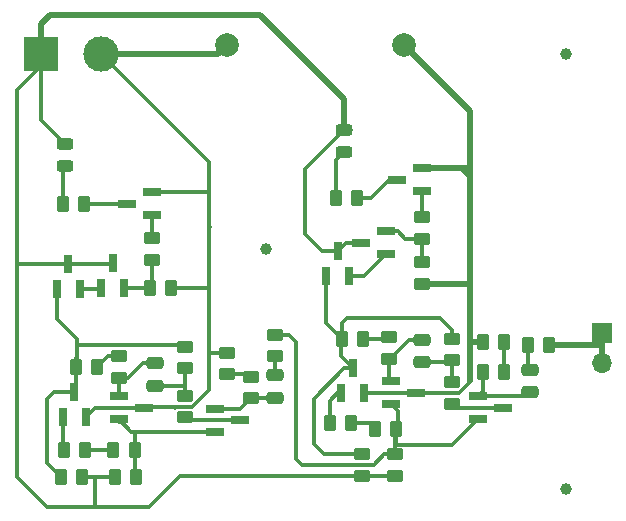
<source format=gbr>
%TF.GenerationSoftware,KiCad,Pcbnew,(6.0.2)*%
%TF.CreationDate,2022-03-08T21:55:07+01:00*%
%TF.ProjectId,simple-pc_-no-fiducials,73696d70-6c65-42d7-9063-5f2d6e6f2d66,rev?*%
%TF.SameCoordinates,Original*%
%TF.FileFunction,Copper,L1,Top*%
%TF.FilePolarity,Positive*%
%FSLAX46Y46*%
G04 Gerber Fmt 4.6, Leading zero omitted, Abs format (unit mm)*
G04 Created by KiCad (PCBNEW (6.0.2)) date 2022-03-08 21:55:07*
%MOMM*%
%LPD*%
G01*
G04 APERTURE LIST*
G04 Aperture macros list*
%AMRoundRect*
0 Rectangle with rounded corners*
0 $1 Rounding radius*
0 $2 $3 $4 $5 $6 $7 $8 $9 X,Y pos of 4 corners*
0 Add a 4 corners polygon primitive as box body*
4,1,4,$2,$3,$4,$5,$6,$7,$8,$9,$2,$3,0*
0 Add four circle primitives for the rounded corners*
1,1,$1+$1,$2,$3*
1,1,$1+$1,$4,$5*
1,1,$1+$1,$6,$7*
1,1,$1+$1,$8,$9*
0 Add four rect primitives between the rounded corners*
20,1,$1+$1,$2,$3,$4,$5,0*
20,1,$1+$1,$4,$5,$6,$7,0*
20,1,$1+$1,$6,$7,$8,$9,0*
20,1,$1+$1,$8,$9,$2,$3,0*%
G04 Aperture macros list end*
%TA.AperFunction,SMDPad,CuDef*%
%ADD10C,1.000000*%
%TD*%
%TA.AperFunction,ComponentPad*%
%ADD11R,1.700000X1.700000*%
%TD*%
%TA.AperFunction,ComponentPad*%
%ADD12O,1.700000X1.700000*%
%TD*%
%TA.AperFunction,SMDPad,CuDef*%
%ADD13RoundRect,0.250000X0.450000X-0.262500X0.450000X0.262500X-0.450000X0.262500X-0.450000X-0.262500X0*%
%TD*%
%TA.AperFunction,SMDPad,CuDef*%
%ADD14RoundRect,0.243750X0.456250X-0.243750X0.456250X0.243750X-0.456250X0.243750X-0.456250X-0.243750X0*%
%TD*%
%TA.AperFunction,SMDPad,CuDef*%
%ADD15R,1.600000X0.800000*%
%TD*%
%TA.AperFunction,SMDPad,CuDef*%
%ADD16RoundRect,0.250000X0.262500X0.450000X-0.262500X0.450000X-0.262500X-0.450000X0.262500X-0.450000X0*%
%TD*%
%TA.AperFunction,SMDPad,CuDef*%
%ADD17RoundRect,0.250000X-0.450000X0.262500X-0.450000X-0.262500X0.450000X-0.262500X0.450000X0.262500X0*%
%TD*%
%TA.AperFunction,SMDPad,CuDef*%
%ADD18RoundRect,0.250000X-0.475000X0.250000X-0.475000X-0.250000X0.475000X-0.250000X0.475000X0.250000X0*%
%TD*%
%TA.AperFunction,SMDPad,CuDef*%
%ADD19R,0.800000X1.600000*%
%TD*%
%TA.AperFunction,SMDPad,CuDef*%
%ADD20RoundRect,0.250000X-0.262500X-0.450000X0.262500X-0.450000X0.262500X0.450000X-0.262500X0.450000X0*%
%TD*%
%TA.AperFunction,ComponentPad*%
%ADD21C,3.000000*%
%TD*%
%TA.AperFunction,ComponentPad*%
%ADD22R,3.000000X3.000000*%
%TD*%
%TA.AperFunction,ViaPad*%
%ADD23C,2.000000*%
%TD*%
%TA.AperFunction,Conductor*%
%ADD24C,0.500000*%
%TD*%
%TA.AperFunction,Conductor*%
%ADD25C,0.300000*%
%TD*%
G04 APERTURE END LIST*
D10*
%TO.P,REF\u002A\u002A,*%
%TO.N,*%
X118110000Y-74930000D03*
%TD*%
%TO.P,REF\u002A\u002A,*%
%TO.N,*%
X143510000Y-95250000D03*
%TD*%
%TO.P,REF\u002A\u002A,*%
%TO.N,*%
X143510000Y-58420000D03*
%TD*%
D11*
%TO.P,J2,1,Pin_1*%
%TO.N,IN_C*%
X146558000Y-82037000D03*
D12*
%TO.P,J2,2,Pin_2*%
X146558000Y-84577000D03*
%TD*%
D13*
%TO.P,R12,1*%
%TO.N,Net-(Q4-Pad2)*%
X108458000Y-75842500D03*
%TO.P,R12,2*%
%TO.N,Net-(Q6-Pad1)*%
X108458000Y-74017500D03*
%TD*%
D14*
%TO.P,D1,1,K*%
%TO.N,Net-(D1-Pad1)*%
X101092000Y-67915000D03*
%TO.P,D1,2,A*%
%TO.N,+9V*%
X101092000Y-66040000D03*
%TD*%
D15*
%TO.P,Q12,1,B*%
%TO.N,Net-(Q12-Pad1)*%
X131368800Y-70053200D03*
%TO.P,Q12,2,E*%
%TO.N,GND*%
X131368800Y-68122800D03*
%TO.P,Q12,3,C*%
%TO.N,Net-(Q12-Pad3)*%
X129232000Y-69088000D03*
%TD*%
D16*
%TO.P,R19,1*%
%TO.N,Net-(R18-Pad2)*%
X125372500Y-89662000D03*
%TO.P,R19,2*%
%TO.N,Net-(Q11-Pad1)*%
X123547500Y-89662000D03*
%TD*%
D17*
%TO.P,R6,1*%
%TO.N,Net-(C1-Pad2)*%
X111302800Y-87379800D03*
%TO.P,R6,2*%
%TO.N,Net-(Q2-Pad3)*%
X111302800Y-89204800D03*
%TD*%
D13*
%TO.P,R11,1*%
%TO.N,Net-(C2-Pad1)*%
X118922800Y-84021300D03*
%TO.P,R11,2*%
%TO.N,IN_D*%
X118922800Y-82196300D03*
%TD*%
D18*
%TO.P,C4,1*%
%TO.N,Net-(C4-Pad1)*%
X140462000Y-85156000D03*
%TO.P,C4,2*%
%TO.N,Net-(C4-Pad2)*%
X140462000Y-87056000D03*
%TD*%
D19*
%TO.P,Q4,1,B*%
%TO.N,Net-(Q3-Pad2)*%
X104190800Y-78282800D03*
%TO.P,Q4,2,E*%
%TO.N,Net-(Q4-Pad2)*%
X106121200Y-78282800D03*
%TO.P,Q4,3,C*%
%TO.N,+9V*%
X105156000Y-76146000D03*
%TD*%
D16*
%TO.P,R10,1*%
%TO.N,Net-(R10-Pad1)*%
X103833300Y-84947800D03*
%TO.P,R10,2*%
%TO.N,OUT_D*%
X102008300Y-84947800D03*
%TD*%
D15*
%TO.P,Q7,1,B*%
%TO.N,Net-(C3-Pad1)*%
X128727200Y-86156800D03*
%TO.P,Q7,2,E*%
%TO.N,IN_D*%
X128727200Y-88087200D03*
%TO.P,Q7,3,C*%
%TO.N,GND*%
X130864000Y-87122000D03*
%TD*%
D13*
%TO.P,R26,1*%
%TO.N,Net-(Q10-Pad2)*%
X131318000Y-74064500D03*
%TO.P,R26,2*%
%TO.N,Net-(Q12-Pad1)*%
X131318000Y-72239500D03*
%TD*%
D20*
%TO.P,R16,1*%
%TO.N,Net-(C4-Pad2)*%
X136501500Y-85344000D03*
%TO.P,R16,2*%
%TO.N,Net-(R16-Pad2)*%
X138326500Y-85344000D03*
%TD*%
D15*
%TO.P,Q10,1,B*%
%TO.N,Net-(Q10-Pad1)*%
X128320800Y-75387200D03*
%TO.P,Q10,2,E*%
%TO.N,Net-(Q10-Pad2)*%
X128320800Y-73456800D03*
%TO.P,Q10,3,C*%
%TO.N,+9V*%
X126184000Y-74422000D03*
%TD*%
D16*
%TO.P,R17,1*%
%TO.N,Net-(R16-Pad2)*%
X138326500Y-82804000D03*
%TO.P,R17,2*%
%TO.N,GND*%
X136501500Y-82804000D03*
%TD*%
D17*
%TO.P,R20,1*%
%TO.N,Net-(C3-Pad2)*%
X133858000Y-86209500D03*
%TO.P,R20,2*%
%TO.N,Net-(Q8-Pad3)*%
X133858000Y-88034500D03*
%TD*%
D15*
%TO.P,Q6,1,B*%
%TO.N,Net-(Q6-Pad1)*%
X108508800Y-72085200D03*
%TO.P,Q6,2,E*%
%TO.N,GND*%
X108508800Y-70154800D03*
%TO.P,Q6,3,C*%
%TO.N,Net-(Q6-Pad3)*%
X106372000Y-71120000D03*
%TD*%
D20*
%TO.P,R1,1*%
%TO.N,+9V*%
X105310300Y-94218800D03*
%TO.P,R1,2*%
%TO.N,Net-(Q1-Pad2)*%
X107135300Y-94218800D03*
%TD*%
D18*
%TO.P,C3,1*%
%TO.N,Net-(C3-Pad1)*%
X131318000Y-82616000D03*
%TO.P,C3,2*%
%TO.N,Net-(C3-Pad2)*%
X131318000Y-84516000D03*
%TD*%
D17*
%TO.P,R21,1*%
%TO.N,Net-(R21-Pad1)*%
X128524000Y-82399500D03*
%TO.P,R21,2*%
%TO.N,Net-(C3-Pad1)*%
X128524000Y-84224500D03*
%TD*%
D16*
%TO.P,R5,1*%
%TO.N,Net-(R4-Pad2)*%
X102840800Y-91932800D03*
%TO.P,R5,2*%
%TO.N,Net-(Q5-Pad1)*%
X101015800Y-91932800D03*
%TD*%
D15*
%TO.P,Q8,1,B*%
%TO.N,Net-(C4-Pad2)*%
X136093200Y-87426800D03*
%TO.P,Q8,2,E*%
%TO.N,IN_D*%
X136093200Y-89357200D03*
%TO.P,Q8,3,C*%
%TO.N,Net-(Q8-Pad3)*%
X138230000Y-88392000D03*
%TD*%
D18*
%TO.P,C2,1*%
%TO.N,Net-(C2-Pad1)*%
X118922800Y-85648800D03*
%TO.P,C2,2*%
%TO.N,Net-(C2-Pad2)*%
X118922800Y-87548800D03*
%TD*%
D20*
%TO.P,R9,1*%
%TO.N,Net-(Q4-Pad2)*%
X108307500Y-78232000D03*
%TO.P,R9,2*%
%TO.N,GND*%
X110132500Y-78232000D03*
%TD*%
D19*
%TO.P,Q3,1,B*%
%TO.N,OUT_D*%
X100431600Y-78333600D03*
%TO.P,Q3,2,E*%
%TO.N,Net-(Q3-Pad2)*%
X102362000Y-78333600D03*
%TO.P,Q3,3,C*%
%TO.N,+9V*%
X101396800Y-76196800D03*
%TD*%
D18*
%TO.P,C1,1*%
%TO.N,Net-(C1-Pad1)*%
X108762800Y-84632800D03*
%TO.P,C1,2*%
%TO.N,Net-(C1-Pad2)*%
X108762800Y-86532800D03*
%TD*%
D20*
%TO.P,R14,1*%
%TO.N,Net-(D1-Pad1)*%
X100941500Y-71120000D03*
%TO.P,R14,2*%
%TO.N,Net-(Q6-Pad3)*%
X102766500Y-71120000D03*
%TD*%
D17*
%TO.P,R23,1*%
%TO.N,Net-(Q10-Pad2)*%
X131318000Y-76049500D03*
%TO.P,R23,2*%
%TO.N,GND*%
X131318000Y-77874500D03*
%TD*%
D16*
%TO.P,R13,1*%
%TO.N,+9V*%
X102563300Y-94218800D03*
%TO.P,R13,2*%
%TO.N,OUT_D*%
X100738300Y-94218800D03*
%TD*%
D13*
%TO.P,R22,1*%
%TO.N,Net-(C3-Pad2)*%
X133858000Y-84375000D03*
%TO.P,R22,2*%
%TO.N,OUT_C*%
X133858000Y-82550000D03*
%TD*%
%TO.P,R2,1*%
%TO.N,Net-(C2-Pad2)*%
X116890800Y-87577300D03*
%TO.P,R2,2*%
%TO.N,Net-(R2-Pad2)*%
X116890800Y-85752300D03*
%TD*%
D19*
%TO.P,Q5,1,B*%
%TO.N,Net-(Q5-Pad1)*%
X100939600Y-89189600D03*
%TO.P,Q5,2,E*%
%TO.N,GND*%
X102870000Y-89189600D03*
%TO.P,Q5,3,C*%
%TO.N,OUT_D*%
X101904800Y-87052800D03*
%TD*%
D17*
%TO.P,R7,1*%
%TO.N,Net-(R10-Pad1)*%
X105714800Y-84035300D03*
%TO.P,R7,2*%
%TO.N,Net-(C1-Pad1)*%
X105714800Y-85860300D03*
%TD*%
D20*
%TO.P,R28,1*%
%TO.N,Net-(D2-Pad1)*%
X124055500Y-70612000D03*
%TO.P,R28,2*%
%TO.N,Net-(Q12-Pad3)*%
X125880500Y-70612000D03*
%TD*%
D13*
%TO.P,R8,1*%
%TO.N,Net-(C1-Pad2)*%
X111302800Y-85037300D03*
%TO.P,R8,2*%
%TO.N,OUT_D*%
X111302800Y-83212300D03*
%TD*%
D15*
%TO.P,Q2,1,B*%
%TO.N,Net-(C2-Pad2)*%
X113792000Y-88493600D03*
%TO.P,Q2,2,E*%
%TO.N,Net-(Q1-Pad2)*%
X113792000Y-90424000D03*
%TO.P,Q2,3,C*%
%TO.N,Net-(Q2-Pad3)*%
X115928800Y-89458800D03*
%TD*%
D16*
%TO.P,R24,1*%
%TO.N,Net-(R21-Pad1)*%
X126388500Y-82550000D03*
%TO.P,R24,2*%
%TO.N,OUT_C*%
X124563500Y-82550000D03*
%TD*%
%TO.P,R18,1*%
%TO.N,IN_D*%
X129182500Y-90170000D03*
%TO.P,R18,2*%
%TO.N,Net-(R18-Pad2)*%
X127357500Y-90170000D03*
%TD*%
D15*
%TO.P,Q1,1,B*%
%TO.N,Net-(C1-Pad1)*%
X105664000Y-87411600D03*
%TO.P,Q1,2,E*%
%TO.N,Net-(Q1-Pad2)*%
X105664000Y-89342000D03*
%TO.P,Q1,3,C*%
%TO.N,GND*%
X107800800Y-88376800D03*
%TD*%
D14*
%TO.P,D2,1,K*%
%TO.N,Net-(D2-Pad1)*%
X124714000Y-66723500D03*
%TO.P,D2,2,A*%
%TO.N,+9V*%
X124714000Y-64848500D03*
%TD*%
D13*
%TO.P,R3,1*%
%TO.N,Net-(R2-Pad2)*%
X114858800Y-85545300D03*
%TO.P,R3,2*%
%TO.N,GND*%
X114858800Y-83720300D03*
%TD*%
D19*
%TO.P,Q9,1,B*%
%TO.N,OUT_C*%
X123240800Y-77266800D03*
%TO.P,Q9,2,E*%
%TO.N,Net-(Q10-Pad1)*%
X125171200Y-77266800D03*
%TO.P,Q9,3,C*%
%TO.N,+9V*%
X124206000Y-75130000D03*
%TD*%
D20*
%TO.P,R25,2*%
%TO.N,IN_C*%
X142136500Y-83058000D03*
%TO.P,R25,1*%
%TO.N,Net-(C4-Pad1)*%
X140311500Y-83058000D03*
%TD*%
D19*
%TO.P,Q11,1,B*%
%TO.N,Net-(Q11-Pad1)*%
X124510800Y-87172800D03*
%TO.P,Q11,2,E*%
%TO.N,GND*%
X126441200Y-87172800D03*
%TO.P,Q11,3,C*%
%TO.N,OUT_C*%
X125476000Y-85036000D03*
%TD*%
D13*
%TO.P,R27,1*%
%TO.N,+9V*%
X126238000Y-94130500D03*
%TO.P,R27,2*%
%TO.N,OUT_C*%
X126238000Y-92305500D03*
%TD*%
%TO.P,R15,1*%
%TO.N,+9V*%
X129032000Y-94130500D03*
%TO.P,R15,2*%
%TO.N,IN_D*%
X129032000Y-92305500D03*
%TD*%
D16*
%TO.P,R4,1*%
%TO.N,Net-(Q1-Pad2)*%
X107008300Y-91932800D03*
%TO.P,R4,2*%
%TO.N,Net-(R4-Pad2)*%
X105183300Y-91932800D03*
%TD*%
D21*
%TO.P,J1,2,Pin_2*%
%TO.N,GND*%
X104140000Y-58420000D03*
D22*
%TO.P,J1,1,Pin_1*%
%TO.N,+9V*%
X99060000Y-58420000D03*
%TD*%
D23*
%TO.N,GND*%
X114808000Y-57658000D03*
X129794000Y-57658000D03*
%TD*%
D24*
%TO.N,IN_C*%
X142136500Y-83058000D02*
X146558000Y-83058000D01*
X146558000Y-82037000D02*
X146558000Y-84577000D01*
%TO.N,+9V*%
X99060000Y-58420000D02*
X99060000Y-55880000D01*
X117602000Y-55118000D02*
X99822000Y-55118000D01*
X99822000Y-55118000D02*
X99060000Y-55880000D01*
X124714000Y-62230000D02*
X117602000Y-55118000D01*
X124714000Y-64848500D02*
X124714000Y-62230000D01*
%TO.N,GND*%
X135178800Y-68122800D02*
X135382000Y-68326000D01*
X131368800Y-68122800D02*
X135178800Y-68122800D01*
D25*
X135382000Y-68326000D02*
X135382000Y-63246000D01*
X135382000Y-68935600D02*
X135382000Y-68326000D01*
D24*
X135278500Y-77874500D02*
X135382000Y-77978000D01*
D25*
X135382000Y-77978000D02*
X135382000Y-77724000D01*
D24*
X131318000Y-77874500D02*
X135278500Y-77874500D01*
D25*
X135382000Y-82804000D02*
X135382000Y-77978000D01*
D24*
X135382000Y-83058000D02*
X135382000Y-86106000D01*
D25*
X135382000Y-86245849D02*
X135382000Y-86106000D01*
D24*
X136501500Y-82804000D02*
X135382000Y-82804000D01*
X135382000Y-63246000D02*
X135382000Y-83058000D01*
X129794000Y-57658000D02*
X135382000Y-63246000D01*
D25*
X135382000Y-83058000D02*
X135382000Y-82804000D01*
D24*
X114046000Y-58420000D02*
X114808000Y-57658000D01*
X104140000Y-58420000D02*
X114046000Y-58420000D01*
D25*
%TO.N,IN_C*%
X146558000Y-83058000D02*
X146558000Y-82037000D01*
%TO.N,+9V*%
X121412000Y-68150500D02*
X124714000Y-64848500D01*
X121412000Y-73660000D02*
X121412000Y-68150500D01*
X122882000Y-75130000D02*
X121412000Y-73660000D01*
%TO.N,GND*%
X104140000Y-58420000D02*
X112141000Y-66421000D01*
%TO.N,+9V*%
X99060000Y-64008000D02*
X99060000Y-58420000D01*
X99060000Y-59436000D02*
X99060000Y-58420000D01*
X97028000Y-61468000D02*
X99060000Y-59436000D01*
%TO.N,GND*%
X112141000Y-66421000D02*
X113334800Y-67614800D01*
X113334800Y-67614800D02*
X113334800Y-70154800D01*
X135231500Y-77874500D02*
X135382000Y-77724000D01*
X131318000Y-77874500D02*
X135231500Y-77874500D01*
X135382000Y-77724000D02*
X135382000Y-77470000D01*
%TO.N,Net-(Q10-Pad2)*%
X131318000Y-76049500D02*
X131318000Y-74064500D01*
X129944500Y-74064500D02*
X129336800Y-73456800D01*
X129336800Y-73456800D02*
X128320800Y-73456800D01*
X131318000Y-74064500D02*
X129944500Y-74064500D01*
%TO.N,Net-(Q10-Pad1)*%
X125171200Y-77266800D02*
X126441200Y-77266800D01*
X126441200Y-77266800D02*
X128320800Y-75387200D01*
%TO.N,+9V*%
X124914000Y-74422000D02*
X124206000Y-75130000D01*
X126184000Y-74422000D02*
X124914000Y-74422000D01*
X124206000Y-75130000D02*
X122882000Y-75130000D01*
%TO.N,GND*%
X135382000Y-68935600D02*
X134569200Y-68122800D01*
X135382000Y-77216000D02*
X135382000Y-68935600D01*
X131368800Y-68122800D02*
X134569200Y-68122800D01*
%TO.N,+9V*%
X125300500Y-64848500D02*
X124714000Y-64848500D01*
%TO.N,GND*%
X113334800Y-73202800D02*
X113334800Y-78181200D01*
X113334800Y-70154800D02*
X113334800Y-73202800D01*
X113436080Y-73101520D02*
X113334800Y-73202800D01*
%TO.N,Net-(D2-Pad1)*%
X124055500Y-67382000D02*
X124714000Y-66723500D01*
X124055500Y-70612000D02*
X124055500Y-67382000D01*
%TO.N,Net-(Q12-Pad3)*%
X127000000Y-70612000D02*
X125880500Y-70612000D01*
X128524000Y-69088000D02*
X127000000Y-70612000D01*
X129232000Y-69088000D02*
X128524000Y-69088000D01*
%TO.N,Net-(Q12-Pad1)*%
X131318000Y-70104000D02*
X131368800Y-70053200D01*
X131318000Y-72239500D02*
X131318000Y-70104000D01*
%TO.N,GND*%
X135382000Y-77470000D02*
X135382000Y-77216000D01*
%TO.N,OUT_C*%
X123240800Y-81227300D02*
X124563500Y-82550000D01*
X123240800Y-77266800D02*
X123240800Y-81227300D01*
%TO.N,Net-(Q4-Pad2)*%
X108256700Y-78282800D02*
X108307500Y-78232000D01*
X106121200Y-78282800D02*
X108256700Y-78282800D01*
X108458000Y-78081500D02*
X108307500Y-78232000D01*
X108458000Y-75842500D02*
X108458000Y-78081500D01*
%TO.N,Net-(Q6-Pad1)*%
X108508800Y-73966700D02*
X108458000Y-74017500D01*
X108508800Y-72085200D02*
X108508800Y-73966700D01*
%TO.N,GND*%
X108508800Y-70154800D02*
X113334800Y-70154800D01*
%TO.N,Net-(Q6-Pad3)*%
X102766500Y-71120000D02*
X106372000Y-71120000D01*
%TO.N,+9V*%
X101092000Y-66040000D02*
X99060000Y-64008000D01*
%TO.N,Net-(D1-Pad1)*%
X100941500Y-68065500D02*
X101092000Y-67915000D01*
X100941500Y-71120000D02*
X100941500Y-68065500D01*
%TO.N,+9V*%
X97031200Y-76196800D02*
X97028000Y-76200000D01*
X97028000Y-76200000D02*
X97028000Y-61468000D01*
X97028000Y-94234000D02*
X97028000Y-76200000D01*
X101396800Y-76196800D02*
X97031200Y-76196800D01*
X105105200Y-76196800D02*
X105156000Y-76146000D01*
X101396800Y-76196800D02*
X105105200Y-76196800D01*
%TO.N,Net-(Q3-Pad2)*%
X104140000Y-78333600D02*
X104190800Y-78282800D01*
X102362000Y-78333600D02*
X104140000Y-78333600D01*
%TO.N,OUT_D*%
X102123200Y-83042800D02*
X102108000Y-83058000D01*
X103174800Y-83042800D02*
X102123200Y-83042800D01*
X102108000Y-83058000D02*
X102108000Y-84848100D01*
X102108000Y-82550000D02*
X102108000Y-83058000D01*
X102108000Y-84848100D02*
X102008300Y-84947800D01*
X100431600Y-80873600D02*
X102108000Y-82550000D01*
X100431600Y-78333600D02*
X100431600Y-80873600D01*
%TO.N,GND*%
X113284000Y-78232000D02*
X113334800Y-78181200D01*
X110132500Y-78232000D02*
X113284000Y-78232000D01*
X113334800Y-78181200D02*
X113334800Y-83550800D01*
%TO.N,+9V*%
X103632000Y-94234000D02*
X103632000Y-96774000D01*
X103632000Y-96774000D02*
X99568000Y-96774000D01*
X104394000Y-96774000D02*
X103632000Y-96774000D01*
X99568000Y-96774000D02*
X97028000Y-94234000D01*
X108204000Y-96774000D02*
X110847500Y-94130500D01*
X110847500Y-94130500D02*
X126238000Y-94130500D01*
X103632000Y-94234000D02*
X103632000Y-96012000D01*
X103647200Y-94218800D02*
X103632000Y-94234000D01*
X104394000Y-96774000D02*
X108204000Y-96774000D01*
X103647200Y-94218800D02*
X102563300Y-94218800D01*
X105310300Y-94218800D02*
X103647200Y-94218800D01*
%TO.N,IN_D*%
X129032000Y-92305500D02*
X128166500Y-92305500D01*
X128166500Y-92305500D02*
X127254000Y-93218000D01*
X127254000Y-93218000D02*
X121158000Y-93218000D01*
X120650000Y-92710000D02*
X120650000Y-82804000D01*
X121158000Y-93218000D02*
X120650000Y-92710000D01*
%TO.N,+9V*%
X126238000Y-94130500D02*
X129032000Y-94130500D01*
%TO.N,IN_D*%
X129032000Y-90320500D02*
X129182500Y-90170000D01*
X129032000Y-92305500D02*
X129032000Y-90320500D01*
%TO.N,OUT_C*%
X123039500Y-92305500D02*
X122682000Y-91948000D01*
X126238000Y-92305500D02*
X123039500Y-92305500D01*
X122682000Y-91948000D02*
X122174000Y-91440000D01*
%TO.N,IN_D*%
X120650000Y-82804000D02*
X120042300Y-82196300D01*
X120042300Y-82196300D02*
X118922800Y-82196300D01*
%TO.N,Net-(C4-Pad2)*%
X140462000Y-87056000D02*
X140091200Y-87426800D01*
X140091200Y-87426800D02*
X136093200Y-87426800D01*
%TO.N,Net-(C4-Pad1)*%
X140311500Y-85005500D02*
X140462000Y-85156000D01*
X140311500Y-83058000D02*
X140311500Y-85005500D01*
%TO.N,Net-(R16-Pad2)*%
X138326500Y-82804000D02*
X138326500Y-85344000D01*
%TO.N,Net-(Q8-Pad3)*%
X134215500Y-88392000D02*
X138230000Y-88392000D01*
X133858000Y-88034500D02*
X134215500Y-88392000D01*
%TO.N,GND*%
X134505849Y-87122000D02*
X135382000Y-86245849D01*
X130864000Y-87122000D02*
X134505849Y-87122000D01*
%TO.N,Net-(C3-Pad2)*%
X133858000Y-86209500D02*
X133858000Y-84375000D01*
X133717000Y-84516000D02*
X133858000Y-84375000D01*
X131318000Y-84516000D02*
X133717000Y-84516000D01*
%TO.N,OUT_C*%
X132842000Y-80772000D02*
X133858000Y-81788000D01*
X133858000Y-81788000D02*
X133858000Y-82550000D01*
%TO.N,Net-(C4-Pad2)*%
X136501500Y-87018500D02*
X136093200Y-87426800D01*
X136501500Y-85344000D02*
X136501500Y-87018500D01*
%TO.N,IN_D*%
X133906900Y-91543500D02*
X129182500Y-91543500D01*
X136093200Y-89357200D02*
X133906900Y-91543500D01*
X129182500Y-90170000D02*
X129182500Y-91543500D01*
%TO.N,OUT_C*%
X124968000Y-80772000D02*
X132842000Y-80772000D01*
X124563500Y-81176500D02*
X124968000Y-80772000D01*
X124563500Y-82550000D02*
X124563500Y-81176500D01*
%TO.N,GND*%
X130813200Y-87172800D02*
X130864000Y-87122000D01*
X126441200Y-87172800D02*
X130813200Y-87172800D01*
%TO.N,IN_D*%
X129286000Y-90066500D02*
X129182500Y-90170000D01*
X128727200Y-88087200D02*
X129286000Y-88646000D01*
X129286000Y-88646000D02*
X129286000Y-90066500D01*
%TO.N,OUT_C*%
X124748578Y-85036000D02*
X125476000Y-85036000D01*
X122174000Y-91440000D02*
X122174000Y-87610578D01*
X122174000Y-87610578D02*
X124748578Y-85036000D01*
%TO.N,Net-(R18-Pad2)*%
X125372500Y-89662000D02*
X126849500Y-89662000D01*
X126849500Y-89662000D02*
X127357500Y-90170000D01*
%TO.N,Net-(Q11-Pad1)*%
X123547500Y-87780500D02*
X123547500Y-89662000D01*
X124155200Y-87172800D02*
X123547500Y-87780500D01*
X124510800Y-87172800D02*
X124155200Y-87172800D01*
%TO.N,Net-(C3-Pad1)*%
X130236000Y-82616000D02*
X131318000Y-82616000D01*
X128627500Y-84224500D02*
X130236000Y-82616000D01*
X128524000Y-84224500D02*
X128627500Y-84224500D01*
X128524000Y-84224500D02*
X128524000Y-85953600D01*
X128524000Y-85953600D02*
X128727200Y-86156800D01*
%TO.N,Net-(R21-Pad1)*%
X128373500Y-82550000D02*
X128524000Y-82399500D01*
X126388500Y-82550000D02*
X128373500Y-82550000D01*
%TO.N,OUT_C*%
X124460000Y-82653500D02*
X124563500Y-82550000D01*
X125476000Y-85036000D02*
X124460000Y-84020000D01*
X124460000Y-84020000D02*
X124460000Y-82653500D01*
%TO.N,Net-(C1-Pad1)*%
X106453300Y-85860300D02*
X107746800Y-84566800D01*
X105714800Y-85860300D02*
X106453300Y-85860300D01*
X107746800Y-84566800D02*
X108696800Y-84566800D01*
X105714800Y-85860300D02*
X105714800Y-87360800D01*
X108696800Y-84566800D02*
X108762800Y-84632800D01*
X105714800Y-87360800D02*
X105664000Y-87411600D01*
%TO.N,Net-(C1-Pad2)*%
X111170800Y-86532800D02*
X111302800Y-86664800D01*
X108762800Y-86532800D02*
X111170800Y-86532800D01*
X111302800Y-86664800D02*
X111302800Y-85037300D01*
X111302800Y-87379800D02*
X111302800Y-86664800D01*
%TO.N,Net-(C2-Pad1)*%
X118922800Y-84021300D02*
X118922800Y-85648800D01*
%TO.N,Net-(C2-Pad2)*%
X116890800Y-87577300D02*
X115974500Y-88493600D01*
X116890800Y-87577300D02*
X118894300Y-87577300D01*
X118894300Y-87577300D02*
X118922800Y-87548800D01*
X115974500Y-88493600D02*
X113792000Y-88493600D01*
%TO.N,GND*%
X114858800Y-83720300D02*
X113504300Y-83720300D01*
X103682800Y-88376800D02*
X107800800Y-88376800D01*
X111900169Y-88342780D02*
X113334800Y-86908149D01*
X107800800Y-88376800D02*
X107834820Y-88342780D01*
X113334800Y-86908149D02*
X113334800Y-83550800D01*
X110059820Y-88342780D02*
X110506780Y-88342780D01*
X102870000Y-89189600D02*
X103682800Y-88376800D01*
X113504300Y-83720300D02*
X113334800Y-83550800D01*
X110472760Y-88376800D02*
X110506780Y-88342780D01*
X107834820Y-88342780D02*
X111900169Y-88342780D01*
%TO.N,Net-(Q1-Pad2)*%
X107008300Y-91932800D02*
X107008300Y-94091800D01*
X107008300Y-90462700D02*
X106969600Y-90424000D01*
X107008300Y-91932800D02*
X107008300Y-90462700D01*
X106746000Y-90424000D02*
X105664000Y-89342000D01*
X107008300Y-94091800D02*
X107135300Y-94218800D01*
X105664000Y-89342000D02*
X105664000Y-89596000D01*
X107008300Y-90940300D02*
X107008300Y-91932800D01*
X113792000Y-90424000D02*
X106969600Y-90424000D01*
X106969600Y-90424000D02*
X106746000Y-90424000D01*
%TO.N,Net-(Q2-Pad3)*%
X111556800Y-89458800D02*
X111302800Y-89204800D01*
X115928800Y-89458800D02*
X111556800Y-89458800D01*
%TO.N,OUT_D*%
X102008300Y-84209300D02*
X102008300Y-84947800D01*
X102008300Y-86949300D02*
X101904800Y-87052800D01*
X99618800Y-93099300D02*
X99618800Y-87614800D01*
X111133300Y-83042800D02*
X103174800Y-83042800D01*
X99618800Y-87614800D02*
X100180800Y-87052800D01*
X102008300Y-84947800D02*
X102008300Y-86949300D01*
X100738300Y-94218800D02*
X99618800Y-93099300D01*
X100180800Y-87052800D02*
X101904800Y-87052800D01*
X111302800Y-83212300D02*
X111133300Y-83042800D01*
%TO.N,Net-(Q5-Pad1)*%
X100939600Y-89189600D02*
X100939600Y-91856600D01*
X100939600Y-91856600D02*
X101015800Y-91932800D01*
%TO.N,Net-(R2-Pad2)*%
X116683800Y-85545300D02*
X116890800Y-85752300D01*
X114858800Y-85545300D02*
X116683800Y-85545300D01*
%TO.N,Net-(R4-Pad2)*%
X102840800Y-91932800D02*
X105183300Y-91932800D01*
%TO.N,Net-(R10-Pad1)*%
X103833300Y-84947800D02*
X103833300Y-84924300D01*
X104722300Y-84035300D02*
X105714800Y-84035300D01*
X103833300Y-84924300D02*
X104722300Y-84035300D01*
%TD*%
M02*

</source>
